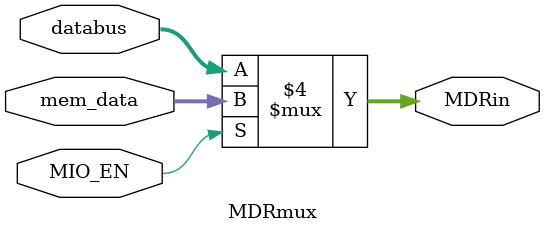
<source format=sv>
`timescale 1ns / 1ps

module MDRmux(
    input logic [15:0] databus, mem_data,
    input logic MIO_EN,
    output logic [15:0] MDRin
    );
    always_comb begin
    if (MIO_EN == 1'b0)
        MDRin = databus;
    else
        MDRin = mem_data;
    end
endmodule

</source>
